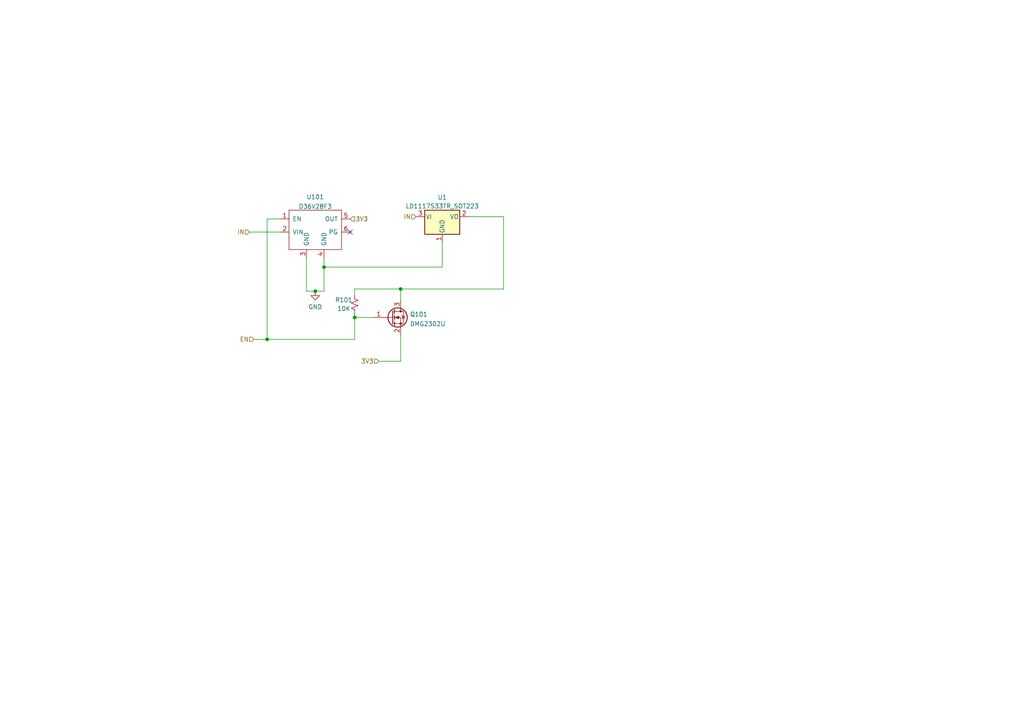
<source format=kicad_sch>
(kicad_sch (version 20211123) (generator eeschema)
  (paper "A4")
  (lib_symbols
    (symbol "D24V50F5:R_Small_US" (pin_numbers hide) (pin_names (offset 0.254) hide)
      (property "Reference" "R" (at 0.762 0.508 0))
      (property "Value" "R_Small_US" (at 0.762 -1.016 0))
      (symbol "R_Small_US_1_1"
        (polyline (pts (xy 0 0) (xy 1.016 -0.381) (xy 0 -0.762) (xy -1.016 -1.143) (xy 0 -1.524)))
        (polyline (pts (xy 0 1.524) (xy 1.016 1.143) (xy 0 0.762) (xy -1.016 0.381) (xy 0 0)))
        (pin passive line (at 0 2.54 270) (length 1.016) (name "~") (number "1"))
        (pin passive line (at 0 -2.54 90) (length 1.016) (name "~") (number "2"))
      )
    )
    (symbol "D36V28F3:D36V28F3" (pin_names (offset 1.016))
      (property "Reference" "U" (at -6.35 1.27 0))
      (property "Value" "D36V28F3" (at 2.54 1.27 0))
      (symbol "D36V28F3_1_1"
        (rectangle (start -7.62 0) (end 7.62 -11.43))
        (pin input line (at -10.16 -2.54 0) (length 2.54) (name "EN") (number "1"))
        (pin input line (at -10.16 -6.35 0) (length 2.54) (name "VIN") (number "2"))
        (pin input line (at -2.54 -13.97 90) (length 2.54) (name "GND") (number "3"))
        (pin input line (at 2.54 -13.97 90) (length 2.54) (name "GND") (number "4"))
        (pin output line (at 10.16 -2.54 180) (length 2.54) (name "OUT") (number "5"))
        (pin output line (at 10.16 -6.35 180) (length 2.54) (name "PG") (number "6"))
      )
    )
    (symbol "Regulator_Linear:LD1117S33TR_SOT223" (pin_names (offset 0.254))
      (property "Reference" "U" (at -3.81 3.175 0))
      (property "Value" "LD1117S33TR_SOT223" (at 0 3.175 0))
      (symbol "LD1117S33TR_SOT223_0_1"
        (rectangle (start -5.08 -5.08) (end 5.08 1.905) (stroke (width 0.254)) (fill (type background)))
      )
      (symbol "LD1117S33TR_SOT223_1_1"
        (pin power_in line (at 0 -7.62 90) (length 2.54) (name "GND") (number "1"))
        (pin power_out line (at 7.62 0 180) (length 2.54) (name "VO") (number "2"))
        (pin power_in line (at -7.62 0 0) (length 2.54) (name "VI") (number "3"))
      )
    )
    (symbol "Transistor_FET:DMG2302U" (pin_names hide)
      (property "Reference" "Q" (at 5.08 1.905 0))
      (property "Value" "DMG2302U" (at 5.08 0 0))
      (symbol "DMG2302U_0_1"
        (polyline (pts (xy 0.254 0) (xy -2.54 0)))
        (polyline (pts (xy 0.254 1.905) (xy 0.254 -1.905)) (stroke (width 0.254)))
        (polyline (pts (xy 0.762 -1.27) (xy 0.762 -2.286)) (stroke (width 0.254)))
        (polyline (pts (xy 0.762 0.508) (xy 0.762 -0.508)) (stroke (width 0.254)))
        (polyline (pts (xy 0.762 2.286) (xy 0.762 1.27)) (stroke (width 0.254)))
        (polyline (pts (xy 2.54 2.54) (xy 2.54 1.778)))
        (polyline (pts (xy 2.54 -2.54) (xy 2.54 0) (xy 0.762 0)))
        (polyline (pts (xy 0.762 -1.778) (xy 3.302 -1.778) (xy 3.302 1.778) (xy 0.762 1.778)))
        (polyline (pts (xy 1.016 0) (xy 2.032 0.381) (xy 2.032 -0.381) (xy 1.016 0)) (fill (type outline)))
        (polyline (pts (xy 2.794 0.508) (xy 2.921 0.381) (xy 3.683 0.381) (xy 3.81 0.254)))
        (polyline (pts (xy 3.302 0.381) (xy 2.921 -0.254) (xy 3.683 -0.254) (xy 3.302 0.381)))
        (circle (center 1.651 0) (radius 2.794) (stroke (width 0.254)))
        (circle (center 2.54 -1.778) (radius 0.254) (fill (type outline)))
        (circle (center 2.54 1.778) (radius 0.254) (fill (type outline)))
      )
      (symbol "DMG2302U_1_1"
        (pin input line (at -5.08 0 0) (length 2.54) (name "G") (number "1"))
        (pin passive line (at 2.54 -5.08 90) (length 2.54) (name "S") (number "2"))
        (pin passive line (at 2.54 5.08 270) (length 2.54) (name "D") (number "3"))
      )
    )
    (symbol "power:GND" (power) (pin_names (offset 0))
      (property "Value" "GND" (at 0 -3.81 0))
      (symbol "GND_0_1"
        (polyline (pts (xy 0 0) (xy 0 -1.27) (xy 1.27 -1.27) (xy 0 -2.54) (xy -1.27 -1.27) (xy 0 -1.27)))
      )
      (symbol "GND_1_1"
        (pin power_in line (at 0 0 270) (length 0) hide (name "GND") (number "1"))
      )
    )
  )
  (junction (at 116.205 83.82))
  (junction (at 102.87 92.075))
  (junction (at 91.44 84.455))
  (junction (at 77.47 98.425))
  (junction (at 93.98 77.47))
  (no_connect (at 101.6 67.31))
  (wire (pts (xy 108.585 92.075) (xy 102.87 92.075)))
  (wire (pts (xy 135.89 62.865) (xy 146.05 62.865)))
  (wire (pts (xy 146.05 83.82) (xy 116.205 83.82)))
  (wire (pts (xy 91.44 84.455) (xy 93.98 84.455)))
  (wire (pts (xy 88.9 74.93) (xy 88.9 84.455)))
  (wire (pts (xy 77.47 98.425) (xy 102.87 98.425)))
  (wire (pts (xy 116.205 97.155) (xy 116.205 104.775)))
  (wire (pts (xy 93.98 77.47) (xy 93.98 84.455)))
  (wire (pts (xy 102.87 90.805) (xy 102.87 92.075)))
  (wire (pts (xy 102.87 83.82) (xy 116.205 83.82)))
  (wire (pts (xy 128.27 70.485) (xy 128.27 77.47)))
  (wire (pts (xy 77.47 63.5) (xy 77.47 98.425)))
  (wire (pts (xy 81.28 63.5) (xy 77.47 63.5)))
  (wire (pts (xy 116.205 83.82) (xy 116.205 86.995)))
  (wire (pts (xy 109.855 104.775) (xy 116.205 104.775)))
  (wire (pts (xy 102.87 83.82) (xy 102.87 85.725)))
  (wire (pts (xy 73.66 98.425) (xy 77.47 98.425)))
  (wire (pts (xy 102.87 92.075) (xy 102.87 98.425)))
  (wire (pts (xy 88.9 84.455) (xy 91.44 84.455)))
  (wire (pts (xy 146.05 62.865) (xy 146.05 83.82)))
  (wire (pts (xy 128.27 77.47) (xy 93.98 77.47)))
  (wire (pts (xy 72.39 67.31) (xy 81.28 67.31)))
  (wire (pts (xy 93.98 74.93) (xy 93.98 77.47)))
  (hierarchical_label "IN" (shape input) (at 72.39 67.31 180))
  (hierarchical_label "3V3" (shape input) (at 109.855 104.775 180))
  (hierarchical_label "EN" (shape input) (at 73.66 98.425 180))
  (hierarchical_label "3V3" (shape input) (at 101.6 63.5 0))
  (hierarchical_label "IN" (shape input) (at 120.65 62.865 180))
  (symbol (lib_id "Regulator_Linear:LD1117S33TR_SOT223") (at 128.27 62.865 0) (unit 1)
    (property "Reference" "U1" (at 128.27 57.2602 0))
    (property "Value" "LD1117S33TR_SOT223" (at 128.27 59.7971 0))
    (property "Footprint" "Package_TO_SOT_SMD:SOT-223-3_TabPin2" (effects hide))
    (property "Datasheet" "http://www.st.com/st-web-ui/static/active/en/resource/technical/document/datasheet/CD00000544.pdf" (effects hide))
  )
  (symbol (lib_id "D36V28F3:D36V28F3") (at 91.44 60.96 0) (unit 1)
    (property "Reference" "U101" (at 91.44 57.1205 0))
    (property "Value" "D36V28F3" (at 91.44 59.8956 0))
    (property "Footprint" "Pololu_regulators:Pololu_3V3_5V_9V" (effects hide))
  )
  (symbol (lib_id "D24V50F5:R_Small_US") (at 102.87 88.265 180) (unit 1)
    (property "Reference" "R101" (at 97.155 86.995 0) (effects (justify right)))
    (property "Value" "10K" (at 97.79 89.535 0) (effects (justify right)))
    (property "Footprint" "Resistor_SMD:R_0805_2012Metric" (effects hide))
  )
  (symbol (lib_id "power:GND") (at 91.44 84.455 0) (unit 1)
    (property "Reference" "#PWR0101" (effects hide))
    (property "Value" "GND" (at 91.44 89.0175 0))
  )
  (symbol (lib_id "Transistor_FET:DMG2302U") (at 113.665 92.075 0) (unit 1)
    (property "Reference" "Q101" (at 118.872 91.1665 0) (effects (justify left)))
    (property "Value" "DMG2302U" (at 118.872 93.9416 0) (effects (justify left)))
    (property "Footprint" "Package_TO_SOT_SMD:SOT-23" (effects hide))
    (property "Datasheet" "http://www.diodes.com/assets/Datasheets/DMG2302U.pdf" (effects hide))
  )
)
</source>
